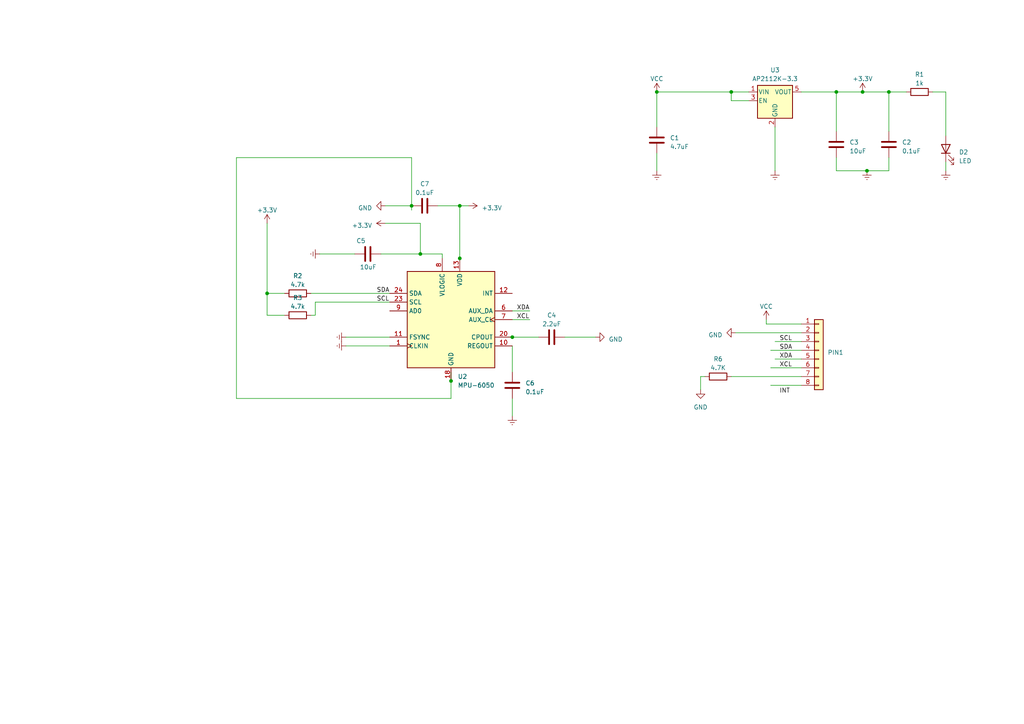
<source format=kicad_sch>
(kicad_sch (version 20230121) (generator eeschema)
  (paper "A4")
  (title_block (title "MPU_6050") (date "2023-04-11") (rev "version_01"))
  (lib_symbols
    (symbol "Connector_Generic:Conn_01x08" (pin_names (offset 1.016) hide)
      (property "Reference" "J" (at 0 10.16 0))
      (property "Value" "Conn_01x08" (at 0 -12.7 0))
      (symbol "Conn_01x08_1_1"
        (rectangle (start -1.27 -10.033) (end 0 -10.287) (stroke (width 0.1524)))
        (rectangle (start -1.27 -7.493) (end 0 -7.747) (stroke (width 0.1524)))
        (rectangle (start -1.27 -4.953) (end 0 -5.207) (stroke (width 0.1524)))
        (rectangle (start -1.27 -2.413) (end 0 -2.667) (stroke (width 0.1524)))
        (rectangle (start -1.27 0.127) (end 0 -0.127) (stroke (width 0.1524)))
        (rectangle (start -1.27 2.667) (end 0 2.413) (stroke (width 0.1524)))
        (rectangle (start -1.27 5.207) (end 0 4.953) (stroke (width 0.1524)))
        (rectangle (start -1.27 7.747) (end 0 7.493) (stroke (width 0.1524)))
        (rectangle (start -1.27 8.89) (end 1.27 -11.43) (stroke (width 0.254)) (fill (type background)))
        (pin passive line (at -5.08 7.62 0) (length 3.81) (name "Pin_1") (number "1"))
        (pin passive line (at -5.08 5.08 0) (length 3.81) (name "Pin_2") (number "2"))
        (pin passive line (at -5.08 2.54 0) (length 3.81) (name "Pin_3") (number "3"))
        (pin passive line (at -5.08 0 0) (length 3.81) (name "Pin_4") (number "4"))
        (pin passive line (at -5.08 -2.54 0) (length 3.81) (name "Pin_5") (number "5"))
        (pin passive line (at -5.08 -5.08 0) (length 3.81) (name "Pin_6") (number "6"))
        (pin passive line (at -5.08 -7.62 0) (length 3.81) (name "Pin_7") (number "7"))
        (pin passive line (at -5.08 -10.16 0) (length 3.81) (name "Pin_8") (number "8"))
      )
    )
    (symbol "Device:C" (pin_numbers hide) (pin_names (offset 0.254))
      (property "Reference" "C" (at 0.635 2.54 0))
      (property "Value" "C" (at 0.635 -2.54 0))
      (symbol "C_0_1"
        (polyline (pts (xy -2.032 -0.762) (xy 2.032 -0.762)) (stroke (width 0.508)))
        (polyline (pts (xy -2.032 0.762) (xy 2.032 0.762)) (stroke (width 0.508)))
      )
      (symbol "C_1_1"
        (pin passive line (at 0 3.81 270) (length 2.794) (name "~") (number "1"))
        (pin passive line (at 0 -3.81 90) (length 2.794) (name "~") (number "2"))
      )
    )
    (symbol "Device:LED" (pin_numbers hide) (pin_names (offset 1.016) hide)
      (property "Reference" "D" (at 0 2.54 0))
      (property "Value" "LED" (at 0 -2.54 0))
      (symbol "LED_0_1"
        (polyline (pts (xy -1.27 -1.27) (xy -1.27 1.27)) (stroke (width 0.254)))
        (polyline (pts (xy -1.27 0) (xy 1.27 0)))
        (polyline (pts (xy 1.27 -1.27) (xy 1.27 1.27) (xy -1.27 0) (xy 1.27 -1.27)) (stroke (width 0.254)))
        (polyline (pts (xy -3.048 -0.762) (xy -4.572 -2.286) (xy -3.81 -2.286) (xy -4.572 -2.286) (xy -4.572 -1.524)))
        (polyline (pts (xy -1.778 -0.762) (xy -3.302 -2.286) (xy -2.54 -2.286) (xy -3.302 -2.286) (xy -3.302 -1.524)))
      )
      (symbol "LED_1_1"
        (pin passive line (at -3.81 0 0) (length 2.54) (name "K") (number "1"))
        (pin passive line (at 3.81 0 180) (length 2.54) (name "A") (number "2"))
      )
    )
    (symbol "Device:R" (pin_numbers hide) (pin_names (offset 0))
      (property "Reference" "R" (at 2.032 0 90))
      (property "Value" "R" (at 0 0 90))
      (symbol "R_0_1"
        (rectangle (start -1.016 -2.54) (end 1.016 2.54) (stroke (width 0.254)))
      )
      (symbol "R_1_1"
        (pin passive line (at 0 3.81 270) (length 1.27) (name "~") (number "1"))
        (pin passive line (at 0 -3.81 90) (length 1.27) (name "~") (number "2"))
      )
    )
    (symbol "Regulator_Linear:AP2112K-3.3" (pin_names (offset 0.254))
      (property "Reference" "U" (at -5.08 5.715 0))
      (property "Value" "AP2112K-3.3" (at 0 5.715 0))
      (symbol "AP2112K-3.3_0_1"
        (rectangle (start -5.08 4.445) (end 5.08 -5.08) (stroke (width 0.254)) (fill (type background)))
      )
      (symbol "AP2112K-3.3_1_1"
        (pin power_in line (at -7.62 2.54 0) (length 2.54) (name "VIN") (number "1"))
        (pin power_in line (at 0 -7.62 90) (length 2.54) (name "GND") (number "2"))
        (pin input line (at -7.62 0 0) (length 2.54) (name "EN") (number "3"))
        (pin no_connect line (at 5.08 0 180) (length 2.54) hide (name "NC") (number "4"))
        (pin power_out line (at 7.62 2.54 180) (length 2.54) (name "VOUT") (number "5"))
      )
    )
    (symbol "Sensor_Motion:MPU-6050"
      (property "Reference" "U" (at -11.43 13.97 0))
      (property "Value" "MPU-6050" (at 7.62 -15.24 0))
      (symbol "MPU-6050_0_0"
        (text "" (at 12.7 -2.54 0) (effects (font (size 1.27 1.27))))
      )
      (symbol "MPU-6050_0_1"
        (rectangle (start -12.7 13.97) (end 12.7 -13.97) (stroke (width 0.254)) (fill (type background)))
      )
      (symbol "MPU-6050_1_1"
        (pin input clock (at -17.78 -7.62 0) (length 5.08) (name "CLKIN") (number "1"))
        (pin passive line (at 17.78 -7.62 180) (length 5.08) (name "REGOUT") (number "10"))
        (pin input line (at -17.78 -5.08 0) (length 5.08) (name "FSYNC") (number "11"))
        (pin output line (at 17.78 7.62 180) (length 5.08) (name "INT") (number "12"))
        (pin power_in line (at 2.54 17.78 270) (length 3.81) (name "VDD") (number "13"))
        (pin no_connect line (at -12.7 -10.16 0) (length 2.54) hide (name "NC") (number "14"))
        (pin no_connect line (at 12.7 12.7 180) (length 2.54) hide (name "NC") (number "15"))
        (pin no_connect line (at 12.7 10.16 180) (length 2.54) hide (name "NC") (number "16"))
        (pin no_connect line (at 12.7 5.08 180) (length 2.54) hide (name "NC") (number "17"))
        (pin power_in line (at 0 -17.78 90) (length 3.81) (name "GND") (number "18"))
        (pin no_connect line (at 12.7 -10.16 180) (length 2.54) hide (name "RESV") (number "19"))
        (pin no_connect line (at -12.7 12.7 0) (length 2.54) hide (name "NC") (number "2"))
        (pin passive line (at 17.78 -5.08 180) (length 5.08) (name "CPOUT") (number "20"))
        (pin no_connect line (at 12.7 -2.54 180) (length 2.54) hide (name "RESV") (number "21"))
        (pin no_connect line (at 12.7 -12.7 180) (length 2.54) hide (name "RESV") (number "22"))
        (pin input line (at -17.78 5.08 0) (length 5.08) (name "SCL") (number "23"))
        (pin bidirectional line (at -17.78 7.62 0) (length 5.08) (name "SDA") (number "24"))
        (pin no_connect line (at -12.7 10.16 0) (length 2.54) hide (name "NC") (number "3"))
        (pin no_connect line (at -12.7 0 0) (length 2.54) hide (name "NC") (number "4"))
        (pin no_connect line (at -12.7 -2.54 0) (length 2.54) hide (name "NC") (number "5"))
        (pin bidirectional line (at 17.78 2.54 180) (length 5.08) (name "AUX_DA") (number "6"))
        (pin output clock (at 17.78 0 180) (length 5.08) (name "AUX_CL") (number "7"))
        (pin power_in line (at -2.54 17.78 270) (length 3.81) (name "VLOGIC") (number "8"))
        (pin input line (at -17.78 2.54 0) (length 5.08) (name "AD0") (number "9"))
      )
    )
    (symbol "power:+3.3V" (power) (pin_names (offset 0))
      (property "Value" "+3.3V" (at 0 3.556 0))
      (symbol "+3.3V_0_1"
        (polyline (pts (xy -0.762 1.27) (xy 0 2.54)))
        (polyline (pts (xy 0 0) (xy 0 2.54)))
        (polyline (pts (xy 0 2.54) (xy 0.762 1.27)))
      )
      (symbol "+3.3V_1_1"
        (pin power_in line (at 0 0 90) (length 0) hide (name "+3.3V") (number "1"))
      )
    )
    (symbol "power:Earth" (power) (pin_names (offset 0))
      (symbol "Earth_0_1"
        (polyline (pts (xy -0.635 -1.905) (xy 0.635 -1.905)))
        (polyline (pts (xy -0.127 -2.54) (xy 0.127 -2.54)))
        (polyline (pts (xy 0 -1.27) (xy 0 0)))
        (polyline (pts (xy 1.27 -1.27) (xy -1.27 -1.27)))
      )
      (symbol "Earth_1_1"
        (pin power_in line (at 0 0 270) (length 0) hide (name "Earth") (number "1"))
      )
    )
    (symbol "power:GND" (power) (pin_names (offset 0))
      (property "Value" "GND" (at 0 -3.81 0))
      (symbol "GND_0_1"
        (polyline (pts (xy 0 0) (xy 0 -1.27) (xy 1.27 -1.27) (xy 0 -2.54) (xy -1.27 -1.27) (xy 0 -1.27)))
      )
      (symbol "GND_1_1"
        (pin power_in line (at 0 0 270) (length 0) hide (name "GND") (number "1"))
      )
    )
    (symbol "power:VCC" (power) (pin_names (offset 0))
      (property "Value" "VCC" (at 0 3.81 0))
      (symbol "VCC_0_1"
        (polyline (pts (xy -0.762 1.27) (xy 0 2.54)))
        (polyline (pts (xy 0 0) (xy 0 2.54)))
        (polyline (pts (xy 0 2.54) (xy 0.762 1.27)))
      )
      (symbol "VCC_1_1"
        (pin power_in line (at 0 0 90) (length 0) hide (name "VCC") (number "1"))
      )
    )
  )
  (junction (at 212.09 26.67))
  (junction (at 77.47 85.09))
  (junction (at 242.57 26.67))
  (junction (at 251.46 49.53))
  (junction (at 190.5 26.67))
  (junction (at 119.38 59.69))
  (junction (at 130.81 110.49))
  (junction (at 121.92 73.66))
  (junction (at 250.19 26.67))
  (junction (at 133.35 59.69))
  (junction (at 257.81 26.67))
  (junction (at 148.59 97.79))
  (junction (at 133.35 74.93))
  (wire (pts (xy 257.81 26.67) (xy 262.89 26.67)))
  (wire (pts (xy 212.09 29.21) (xy 217.17 29.21)))
  (wire (pts (xy 92.71 73.66) (xy 102.87 73.66)))
  (wire (pts (xy 224.79 104.14) (xy 232.41 104.14)))
  (wire (pts (xy 128.27 74.93) (xy 128.27 73.66)))
  (wire (pts (xy 257.81 26.67) (xy 257.81 38.1)))
  (wire (pts (xy 212.09 26.67) (xy 217.17 26.67)))
  (wire (pts (xy 148.59 92.71) (xy 153.67 92.71)))
  (wire (pts (xy 222.25 93.98) (xy 232.41 93.98)))
  (wire (pts (xy 133.35 59.69) (xy 133.35 74.93)))
  (wire (pts (xy 100.33 97.79) (xy 113.03 97.79)))
  (wire (pts (xy 190.5 26.67) (xy 190.5 36.83)))
  (wire (pts (xy 224.79 36.83) (xy 224.79 49.53)))
  (wire (pts (xy 251.46 49.53) (xy 242.57 49.53)))
  (wire (pts (xy 133.35 74.93) (xy 133.35 76.2)))
  (wire (pts (xy 148.59 100.33) (xy 148.59 107.95)))
  (wire (pts (xy 270.51 26.67) (xy 274.32 26.67)))
  (wire (pts (xy 130.81 110.49) (xy 130.81 115.57)))
  (wire (pts (xy 133.35 59.69) (xy 135.89 59.69)))
  (wire (pts (xy 203.2 109.22) (xy 204.47 109.22)))
  (wire (pts (xy 242.57 26.67) (xy 250.19 26.67)))
  (wire (pts (xy 190.5 44.45) (xy 190.5 49.53)))
  (wire (pts (xy 68.58 115.57) (xy 68.58 45.72)))
  (wire (pts (xy 242.57 26.67) (xy 242.57 38.1)))
  (wire (pts (xy 148.59 97.79) (xy 156.21 97.79)))
  (wire (pts (xy 242.57 45.72) (xy 242.57 49.53)))
  (wire (pts (xy 148.59 115.57) (xy 148.59 120.65)))
  (wire (pts (xy 232.41 109.22) (xy 212.09 109.22)))
  (wire (pts (xy 119.38 59.69) (xy 119.38 60.96)))
  (wire (pts (xy 91.44 91.44) (xy 91.44 87.63)))
  (wire (pts (xy 222.25 92.71) (xy 222.25 93.98)))
  (wire (pts (xy 130.81 107.95) (xy 130.81 110.49)))
  (wire (pts (xy 223.52 111.76) (xy 232.41 111.76)))
  (wire (pts (xy 68.58 45.72) (xy 119.38 45.72)))
  (wire (pts (xy 212.09 26.67) (xy 212.09 29.21)))
  (wire (pts (xy 148.59 90.17) (xy 153.67 90.17)))
  (wire (pts (xy 147.32 97.79) (xy 148.59 97.79)))
  (wire (pts (xy 127 59.69) (xy 133.35 59.69)))
  (wire (pts (xy 77.47 91.44) (xy 82.55 91.44)))
  (wire (pts (xy 190.5 26.67) (xy 212.09 26.67)))
  (wire (pts (xy 203.2 109.22) (xy 203.2 113.03)))
  (wire (pts (xy 82.55 85.09) (xy 77.47 85.09)))
  (wire (pts (xy 128.27 73.66) (xy 121.92 73.66)))
  (wire (pts (xy 224.79 99.06) (xy 232.41 99.06)))
  (wire (pts (xy 119.38 45.72) (xy 119.38 59.69)))
  (wire (pts (xy 90.17 91.44) (xy 91.44 91.44)))
  (wire (pts (xy 257.81 45.72) (xy 257.81 49.53)))
  (wire (pts (xy 213.36 96.52) (xy 232.41 96.52)))
  (wire (pts (xy 111.76 59.69) (xy 119.38 59.69)))
  (wire (pts (xy 77.47 85.09) (xy 77.47 91.44)))
  (wire (pts (xy 111.76 64.77) (xy 121.92 64.77)))
  (wire (pts (xy 100.33 100.33) (xy 113.03 100.33)))
  (wire (pts (xy 257.81 49.53) (xy 251.46 49.53)))
  (wire (pts (xy 110.49 73.66) (xy 121.92 73.66)))
  (wire (pts (xy 68.58 115.57) (xy 130.81 115.57)))
  (wire (pts (xy 223.52 106.68) (xy 232.41 106.68)))
  (wire (pts (xy 250.19 26.67) (xy 257.81 26.67)))
  (wire (pts (xy 77.47 64.77) (xy 77.47 85.09)))
  (wire (pts (xy 274.32 46.99) (xy 274.32 49.53)))
  (wire (pts (xy 232.41 26.67) (xy 242.57 26.67)))
  (wire (pts (xy 274.32 26.67) (xy 274.32 39.37)))
  (wire (pts (xy 91.44 87.63) (xy 113.03 87.63)))
  (wire (pts (xy 90.17 85.09) (xy 113.03 85.09)))
  (wire (pts (xy 163.83 97.79) (xy 172.72 97.79)))
  (wire (pts (xy 121.92 73.66) (xy 121.92 64.77)))
  (wire (pts (xy 223.52 101.6) (xy 232.41 101.6)))
  (label "SDA" (at 226.06 101.6 0))
  (label "SDA" (at 109.22 85.09 0))
  (label "SCL" (at 226.06 99.06 0))
  (label "XCL" (at 226.06 106.68 0))
  (label "XDA" (at 149.86 90.17 0))
  (label "SCL" (at 109.22 87.63 0))
  (label "XCL" (at 149.86 92.71 0))
  (label "INT" (at 226.06 114.3 0))
  (label "XDA" (at 226.06 104.14 0))
  (symbol (lib_id "power:+3.3V") (at 135.89 59.69 270) (unit 1)
    (property "Reference" "#PWR012" (effects hide))
    (property "Value" "+3.3V" (at 139.7 60.325 90) (effects (justify left)))
  )
  (symbol (lib_id "power:GND") (at 203.2 113.03 0) (unit 1)
    (property "Reference" "#PWR09" (effects hide))
    (property "Value" "GND" (at 203.2 118.11 0))
  )
  (symbol (lib_id "Connector_Generic:Conn_01x08") (at 237.49 101.6 0) (unit 1)
    (property "Reference" "PIN1" (at 240.03 102.235 0) (effects (justify left)))
    (property "Value" "Conn_01x08" (effects hide))
    (property "Footprint" "Connector_PinHeader_2.54mm:PinHeader_1x08_P2.54mm_Vertical" (effects hide))
  )
  (symbol (lib_id "power:Earth") (at 251.46 49.53 0) (unit 1)
    (property "Reference" "#PWR018" (effects hide))
    (property "Value" "Earth" (effects hide))
  )
  (symbol (lib_id "Device:R") (at 208.28 109.22 90) (unit 1)
    (property "Reference" "R6" (at 208.28 104.14 90))
    (property "Value" "4.7K" (at 208.28 106.68 90))
    (property "Footprint" "Resistor_THT:R_Axial_DIN0204_L3.6mm_D1.6mm_P1.90mm_Vertical" (effects hide))
  )
  (symbol (lib_id "power:+3.3V") (at 111.76 64.77 90) (unit 1)
    (property "Reference" "#PWR010" (effects hide))
    (property "Value" "+3.3V" (at 107.95 65.405 90) (effects (justify left)))
  )
  (symbol (lib_id "power:Earth") (at 224.79 49.53 0) (unit 1)
    (property "Reference" "#PWR06" (effects hide))
    (property "Value" "Earth" (effects hide))
  )
  (symbol (lib_id "Device:C") (at 123.19 59.69 270) (unit 1)
    (property "Reference" "C7" (at 123.19 53.34 90))
    (property "Value" "0.1uF" (at 123.19 55.88 90))
    (property "Footprint" "Capacitor_SMD:C_1812_4532Metric_Pad1.57x3.40mm_HandSolder" (effects hide))
  )
  (symbol (lib_id "power:+3.3V") (at 77.47 64.77 0) (unit 1)
    (property "Reference" "#PWR02" (effects hide))
    (property "Value" "+3.3V" (at 77.47 60.96 0))
  )
  (symbol (lib_id "power:Earth") (at 92.71 73.66 270) (unit 1)
    (property "Reference" "#PWR03" (effects hide))
    (property "Value" "Earth" (effects hide))
  )
  (symbol (lib_id "Device:C") (at 106.68 73.66 90) (unit 1)
    (property "Reference" "C5" (at 106.045 69.85 90) (effects (justify left)))
    (property "Value" "10uF" (at 109.22 77.47 90) (effects (justify left)))
    (property "Footprint" "Capacitor_SMD:CP_Elec_3x5.3" (effects hide))
  )
  (symbol (lib_id "power:GND") (at 111.76 59.69 270) (unit 1)
    (property "Reference" "#PWR013" (effects hide))
    (property "Value" "GND" (at 107.95 60.325 90) (effects (justify right)))
  )
  (symbol (lib_id "power:Earth") (at 100.33 100.33 270) (unit 1)
    (property "Reference" "#PWR07" (effects hide))
    (property "Value" "Earth" (effects hide))
  )
  (symbol (lib_id "Device:R") (at 86.36 85.09 90) (unit 1)
    (property "Reference" "R2" (at 86.36 80.01 90))
    (property "Value" "4.7k" (at 86.36 82.55 90))
    (property "Footprint" "Resistor_THT:R_Axial_DIN0204_L3.6mm_D1.6mm_P1.90mm_Vertical" (effects hide))
  )
  (symbol (lib_id "power:VCC") (at 222.25 92.71 0) (unit 1)
    (property "Reference" "#PWR015" (effects hide))
    (property "Value" "VCC" (at 222.25 88.9 0))
  )
  (symbol (lib_id "Device:C") (at 190.5 40.64 0) (unit 1)
    (property "Reference" "C1" (at 194.31 40.005 0) (effects (justify left)))
    (property "Value" "4.7uF" (at 194.31 42.545 0) (effects (justify left)))
    (property "Footprint" "Capacitor_SMD:CP_Elec_4x5.4" (effects hide))
  )
  (symbol (lib_id "power:Earth") (at 148.59 120.65 0) (unit 1)
    (property "Reference" "#PWR05" (effects hide))
    (property "Value" "Earth" (effects hide))
  )
  (symbol (lib_id "Device:C") (at 257.81 41.91 0) (unit 1)
    (property "Reference" "C2" (at 261.62 41.275 0) (effects (justify left)))
    (property "Value" "0.1uF" (at 261.62 43.815 0) (effects (justify left)))
    (property "Footprint" "Capacitor_SMD:C_1812_4532Metric_Pad1.57x3.40mm_HandSolder" (effects hide))
  )
  (symbol (lib_id "Device:C") (at 148.59 111.76 180) (unit 1)
    (property "Reference" "C6" (at 152.4 111.125 0) (effects (justify right)))
    (property "Value" "0.1uF" (at 152.4 113.665 0) (effects (justify right)))
    (property "Footprint" "Capacitor_SMD:C_1812_4532Metric_Pad1.57x3.40mm_HandSolder" (effects hide))
  )
  (symbol (lib_id "power:Earth") (at 100.33 97.79 270) (unit 1)
    (property "Reference" "#PWR014" (effects hide))
    (property "Value" "Earth" (effects hide))
  )
  (symbol (lib_id "Regulator_Linear:AP2112K-3.3") (at 224.79 29.21 0) (unit 1)
    (property "Reference" "U3" (at 224.79 20.32 0))
    (property "Value" "AP2112K-3.3" (at 224.79 22.86 0))
    (property "Footprint" "Package_TO_SOT_SMD:SOT-23-5" (effects hide))
    (property "Datasheet" "https://www.diodes.com/assets/Datasheets/AP2112.pdf" (effects hide))
  )
  (symbol (lib_id "power:+3.3V") (at 250.19 26.67 0) (unit 1)
    (property "Reference" "#PWR08" (effects hide))
    (property "Value" "+3.3V" (at 250.19 22.86 0))
  )
  (symbol (lib_id "power:Earth") (at 274.32 49.53 0) (unit 1)
    (property "Reference" "#PWR016" (effects hide))
    (property "Value" "Earth" (effects hide))
  )
  (symbol (lib_id "Device:C") (at 160.02 97.79 90) (unit 1)
    (property "Reference" "C4" (at 160.02 91.44 90))
    (property "Value" "2.2uF" (at 160.02 93.98 90))
    (property "Footprint" "Capacitor_SMD:CP_Elec_3x5.3" (effects hide))
  )
  (symbol (lib_id "Device:R") (at 86.36 91.44 90) (unit 1)
    (property "Reference" "R3" (at 86.36 86.36 90))
    (property "Value" "4.7k" (at 86.36 88.9 90))
    (property "Footprint" "Resistor_THT:R_Axial_DIN0204_L3.6mm_D1.6mm_P1.90mm_Vertical" (effects hide))
  )
  (symbol (lib_id "power:GND") (at 172.72 97.79 90) (unit 1)
    (property "Reference" "#PWR011" (effects hide))
    (property "Value" "GND" (at 176.53 98.425 90) (effects (justify right)))
  )
  (symbol (lib_id "Device:LED") (at 274.32 43.18 90) (unit 1)
    (property "Reference" "D2" (at 278.13 44.1325 90) (effects (justify right)))
    (property "Value" "LED" (at 278.13 46.6725 90) (effects (justify right)))
    (property "Footprint" "LED_THT:LED_D1.8mm_W1.8mm_H2.4mm_Horizontal_O1.27mm_Z8.2mm" (effects hide))
  )
  (symbol (lib_id "power:GND") (at 213.36 96.52 270) (unit 1)
    (property "Reference" "#PWR01" (effects hide))
    (property "Value" "GND" (at 209.55 97.155 90) (effects (justify right)))
  )
  (symbol (lib_id "Sensor_Motion:MPU-6050") (at 130.81 92.71 0) (unit 1)
    (property "Reference" "U2" (at 132.7659 109.22 0) (effects (justify left)))
    (property "Value" "MPU-6050" (at 132.7659 111.76 0) (effects (justify left)))
    (property "Footprint" "Sensor_Motion:InvenSense_QFN-24_4x4mm_P0.5mm" (effects hide))
    (property "Datasheet" "https://invensense.tdk.com/wp-content/uploads/2015/02/MPU-6000-Datasheet1.pdf" (effects hide))
  )
  (symbol (lib_id "power:Earth") (at 190.5 49.53 0) (unit 1)
    (property "Reference" "#PWR017" (effects hide))
    (property "Value" "Earth" (effects hide))
  )
  (symbol (lib_id "Device:R") (at 266.7 26.67 270) (unit 1)
    (property "Reference" "R1" (at 266.7 21.59 90))
    (property "Value" "1k" (at 266.7 24.13 90))
    (property "Footprint" "Resistor_THT:R_Axial_DIN0204_L3.6mm_D1.6mm_P1.90mm_Vertical" (effects hide))
  )
  (symbol (lib_id "power:VCC") (at 190.5 26.67 0) (unit 1)
    (property "Reference" "#PWR04" (effects hide))
    (property "Value" "VCC" (at 190.5 22.86 0))
  )
  (symbol (lib_id "Device:C") (at 242.57 41.91 0) (unit 1)
    (property "Reference" "C3" (at 246.38 41.275 0) (effects (justify left)))
    (property "Value" "10uF" (at 246.38 43.815 0) (effects (justify left)))
    (property "Footprint" "Capacitor_SMD:CP_Elec_3x5.3" (effects hide))
  )
)
</source>
